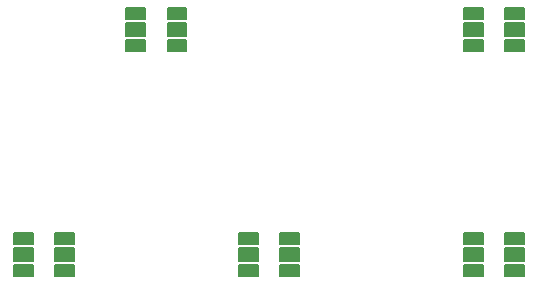
<source format=gbr>
G04 #@! TF.GenerationSoftware,KiCad,Pcbnew,(5.0.0-rc2-dev-471-ge4feb315d)*
G04 #@! TF.CreationDate,2018-05-05T14:14:47+01:00*
G04 #@! TF.ProjectId,cherry_breakout_2u_double_side,6368657272795F627265616B6F75745F,rev?*
G04 #@! TF.SameCoordinates,Original*
G04 #@! TF.FileFunction,Paste,Bot*
G04 #@! TF.FilePolarity,Positive*
%FSLAX46Y46*%
G04 Gerber Fmt 4.6, Leading zero omitted, Abs format (unit mm)*
G04 Created by KiCad (PCBNEW (5.0.0-rc2-dev-471-ge4feb315d)) date Sat May  5 14:14:47 2018*
%MOMM*%
%LPD*%
G01*
G04 APERTURE LIST*
%ADD10C,0.150000*%
%ADD11R,1.500000X0.900000*%
G04 APERTURE END LIST*
D10*
G36*
X141285000Y-124405000D02*
X141285000Y-123405000D01*
X142885000Y-123405000D01*
X142885000Y-124405000D01*
X141285000Y-124405000D01*
G37*
X141285000Y-124405000D02*
X141285000Y-123405000D01*
X142885000Y-123405000D01*
X142885000Y-124405000D01*
X141285000Y-124405000D01*
G36*
X141285000Y-122005000D02*
X142885000Y-122005000D01*
X142885000Y-123105000D01*
X141285000Y-123105000D01*
X141285000Y-122005000D01*
G37*
X141285000Y-122005000D02*
X142885000Y-122005000D01*
X142885000Y-123105000D01*
X141285000Y-123105000D01*
X141285000Y-122005000D01*
G36*
X141285000Y-121705000D02*
X141285000Y-120705000D01*
X142885000Y-120705000D01*
X142885000Y-121705000D01*
X141285000Y-121705000D01*
G37*
X141285000Y-121705000D02*
X141285000Y-120705000D01*
X142885000Y-120705000D01*
X142885000Y-121705000D01*
X141285000Y-121705000D01*
G36*
X137785000Y-121705000D02*
X137785000Y-120705000D01*
X139385000Y-120705000D01*
X139385000Y-121705000D01*
X137785000Y-121705000D01*
G37*
X137785000Y-121705000D02*
X137785000Y-120705000D01*
X139385000Y-120705000D01*
X139385000Y-121705000D01*
X137785000Y-121705000D01*
G36*
X137785000Y-123105000D02*
X137785000Y-122005000D01*
X139385000Y-122005000D01*
X139385000Y-123105000D01*
X137785000Y-123105000D01*
G37*
X137785000Y-123105000D02*
X137785000Y-122005000D01*
X139385000Y-122005000D01*
X139385000Y-123105000D01*
X137785000Y-123105000D01*
G36*
X137785000Y-124405000D02*
X137785000Y-123405000D01*
X139385000Y-123405000D01*
X139385000Y-124405000D01*
X137785000Y-124405000D01*
G37*
X137785000Y-124405000D02*
X137785000Y-123405000D01*
X139385000Y-123405000D01*
X139385000Y-124405000D01*
X137785000Y-124405000D01*
G36*
X147310000Y-105355000D02*
X147310000Y-104355000D01*
X148910000Y-104355000D01*
X148910000Y-105355000D01*
X147310000Y-105355000D01*
G37*
X147310000Y-105355000D02*
X147310000Y-104355000D01*
X148910000Y-104355000D01*
X148910000Y-105355000D01*
X147310000Y-105355000D01*
G36*
X147310000Y-104055000D02*
X147310000Y-102955000D01*
X148910000Y-102955000D01*
X148910000Y-104055000D01*
X147310000Y-104055000D01*
G37*
X147310000Y-104055000D02*
X147310000Y-102955000D01*
X148910000Y-102955000D01*
X148910000Y-104055000D01*
X147310000Y-104055000D01*
G36*
X147310000Y-102655000D02*
X147310000Y-101655000D01*
X148910000Y-101655000D01*
X148910000Y-102655000D01*
X147310000Y-102655000D01*
G37*
X147310000Y-102655000D02*
X147310000Y-101655000D01*
X148910000Y-101655000D01*
X148910000Y-102655000D01*
X147310000Y-102655000D01*
G36*
X150810000Y-102655000D02*
X150810000Y-101655000D01*
X152410000Y-101655000D01*
X152410000Y-102655000D01*
X150810000Y-102655000D01*
G37*
X150810000Y-102655000D02*
X150810000Y-101655000D01*
X152410000Y-101655000D01*
X152410000Y-102655000D01*
X150810000Y-102655000D01*
G36*
X150810000Y-102955000D02*
X152410000Y-102955000D01*
X152410000Y-104055000D01*
X150810000Y-104055000D01*
X150810000Y-102955000D01*
G37*
X150810000Y-102955000D02*
X152410000Y-102955000D01*
X152410000Y-104055000D01*
X150810000Y-104055000D01*
X150810000Y-102955000D01*
G36*
X150810000Y-105355000D02*
X150810000Y-104355000D01*
X152410000Y-104355000D01*
X152410000Y-105355000D01*
X150810000Y-105355000D01*
G37*
X150810000Y-105355000D02*
X150810000Y-104355000D01*
X152410000Y-104355000D01*
X152410000Y-105355000D01*
X150810000Y-105355000D01*
G36*
X156835000Y-124405000D02*
X156835000Y-123405000D01*
X158435000Y-123405000D01*
X158435000Y-124405000D01*
X156835000Y-124405000D01*
G37*
X156835000Y-124405000D02*
X156835000Y-123405000D01*
X158435000Y-123405000D01*
X158435000Y-124405000D01*
X156835000Y-124405000D01*
G36*
X156835000Y-123105000D02*
X156835000Y-122005000D01*
X158435000Y-122005000D01*
X158435000Y-123105000D01*
X156835000Y-123105000D01*
G37*
X156835000Y-123105000D02*
X156835000Y-122005000D01*
X158435000Y-122005000D01*
X158435000Y-123105000D01*
X156835000Y-123105000D01*
G36*
X156835000Y-121705000D02*
X156835000Y-120705000D01*
X158435000Y-120705000D01*
X158435000Y-121705000D01*
X156835000Y-121705000D01*
G37*
X156835000Y-121705000D02*
X156835000Y-120705000D01*
X158435000Y-120705000D01*
X158435000Y-121705000D01*
X156835000Y-121705000D01*
G36*
X160335000Y-121705000D02*
X160335000Y-120705000D01*
X161935000Y-120705000D01*
X161935000Y-121705000D01*
X160335000Y-121705000D01*
G37*
X160335000Y-121705000D02*
X160335000Y-120705000D01*
X161935000Y-120705000D01*
X161935000Y-121705000D01*
X160335000Y-121705000D01*
G36*
X160335000Y-122005000D02*
X161935000Y-122005000D01*
X161935000Y-123105000D01*
X160335000Y-123105000D01*
X160335000Y-122005000D01*
G37*
X160335000Y-122005000D02*
X161935000Y-122005000D01*
X161935000Y-123105000D01*
X160335000Y-123105000D01*
X160335000Y-122005000D01*
G36*
X160335000Y-124405000D02*
X160335000Y-123405000D01*
X161935000Y-123405000D01*
X161935000Y-124405000D01*
X160335000Y-124405000D01*
G37*
X160335000Y-124405000D02*
X160335000Y-123405000D01*
X161935000Y-123405000D01*
X161935000Y-124405000D01*
X160335000Y-124405000D01*
G36*
X179385000Y-124405000D02*
X179385000Y-123405000D01*
X180985000Y-123405000D01*
X180985000Y-124405000D01*
X179385000Y-124405000D01*
G37*
X179385000Y-124405000D02*
X179385000Y-123405000D01*
X180985000Y-123405000D01*
X180985000Y-124405000D01*
X179385000Y-124405000D01*
G36*
X179385000Y-122005000D02*
X180985000Y-122005000D01*
X180985000Y-123105000D01*
X179385000Y-123105000D01*
X179385000Y-122005000D01*
G37*
X179385000Y-122005000D02*
X180985000Y-122005000D01*
X180985000Y-123105000D01*
X179385000Y-123105000D01*
X179385000Y-122005000D01*
G36*
X179385000Y-121705000D02*
X179385000Y-120705000D01*
X180985000Y-120705000D01*
X180985000Y-121705000D01*
X179385000Y-121705000D01*
G37*
X179385000Y-121705000D02*
X179385000Y-120705000D01*
X180985000Y-120705000D01*
X180985000Y-121705000D01*
X179385000Y-121705000D01*
G36*
X175885000Y-121705000D02*
X175885000Y-120705000D01*
X177485000Y-120705000D01*
X177485000Y-121705000D01*
X175885000Y-121705000D01*
G37*
X175885000Y-121705000D02*
X175885000Y-120705000D01*
X177485000Y-120705000D01*
X177485000Y-121705000D01*
X175885000Y-121705000D01*
G36*
X175885000Y-123105000D02*
X175885000Y-122005000D01*
X177485000Y-122005000D01*
X177485000Y-123105000D01*
X175885000Y-123105000D01*
G37*
X175885000Y-123105000D02*
X175885000Y-122005000D01*
X177485000Y-122005000D01*
X177485000Y-123105000D01*
X175885000Y-123105000D01*
G36*
X175885000Y-124405000D02*
X175885000Y-123405000D01*
X177485000Y-123405000D01*
X177485000Y-124405000D01*
X175885000Y-124405000D01*
G37*
X175885000Y-124405000D02*
X175885000Y-123405000D01*
X177485000Y-123405000D01*
X177485000Y-124405000D01*
X175885000Y-124405000D01*
G36*
X179385000Y-105355000D02*
X179385000Y-104355000D01*
X180985000Y-104355000D01*
X180985000Y-105355000D01*
X179385000Y-105355000D01*
G37*
X179385000Y-105355000D02*
X179385000Y-104355000D01*
X180985000Y-104355000D01*
X180985000Y-105355000D01*
X179385000Y-105355000D01*
G36*
X179385000Y-102955000D02*
X180985000Y-102955000D01*
X180985000Y-104055000D01*
X179385000Y-104055000D01*
X179385000Y-102955000D01*
G37*
X179385000Y-102955000D02*
X180985000Y-102955000D01*
X180985000Y-104055000D01*
X179385000Y-104055000D01*
X179385000Y-102955000D01*
G36*
X179385000Y-102655000D02*
X179385000Y-101655000D01*
X180985000Y-101655000D01*
X180985000Y-102655000D01*
X179385000Y-102655000D01*
G37*
X179385000Y-102655000D02*
X179385000Y-101655000D01*
X180985000Y-101655000D01*
X180985000Y-102655000D01*
X179385000Y-102655000D01*
G36*
X175885000Y-102655000D02*
X175885000Y-101655000D01*
X177485000Y-101655000D01*
X177485000Y-102655000D01*
X175885000Y-102655000D01*
G37*
X175885000Y-102655000D02*
X175885000Y-101655000D01*
X177485000Y-101655000D01*
X177485000Y-102655000D01*
X175885000Y-102655000D01*
G36*
X175885000Y-104055000D02*
X175885000Y-102955000D01*
X177485000Y-102955000D01*
X177485000Y-104055000D01*
X175885000Y-104055000D01*
G37*
X175885000Y-104055000D02*
X175885000Y-102955000D01*
X177485000Y-102955000D01*
X177485000Y-104055000D01*
X175885000Y-104055000D01*
G36*
X175885000Y-105355000D02*
X175885000Y-104355000D01*
X177485000Y-104355000D01*
X177485000Y-105355000D01*
X175885000Y-105355000D01*
G37*
X175885000Y-105355000D02*
X175885000Y-104355000D01*
X177485000Y-104355000D01*
X177485000Y-105355000D01*
X175885000Y-105355000D01*
D11*
X138585000Y-121205000D03*
X138585000Y-122555000D03*
X138585000Y-123905000D03*
X142085000Y-121205000D03*
X142085000Y-122555000D03*
X142085000Y-123905000D03*
X151610000Y-104855000D03*
X151610000Y-103505000D03*
X151610000Y-102155000D03*
X148110000Y-104855000D03*
X148110000Y-103505000D03*
X148110000Y-102155000D03*
X161135000Y-123905000D03*
X161135000Y-122555000D03*
X161135000Y-121205000D03*
X157635000Y-123905000D03*
X157635000Y-122555000D03*
X157635000Y-121205000D03*
X176685000Y-121205000D03*
X176685000Y-122555000D03*
X176685000Y-123905000D03*
X180185000Y-121205000D03*
X180185000Y-122555000D03*
X180185000Y-123905000D03*
X176685000Y-102155000D03*
X176685000Y-103505000D03*
X176685000Y-104855000D03*
X180185000Y-102155000D03*
X180185000Y-103505000D03*
X180185000Y-104855000D03*
M02*

</source>
